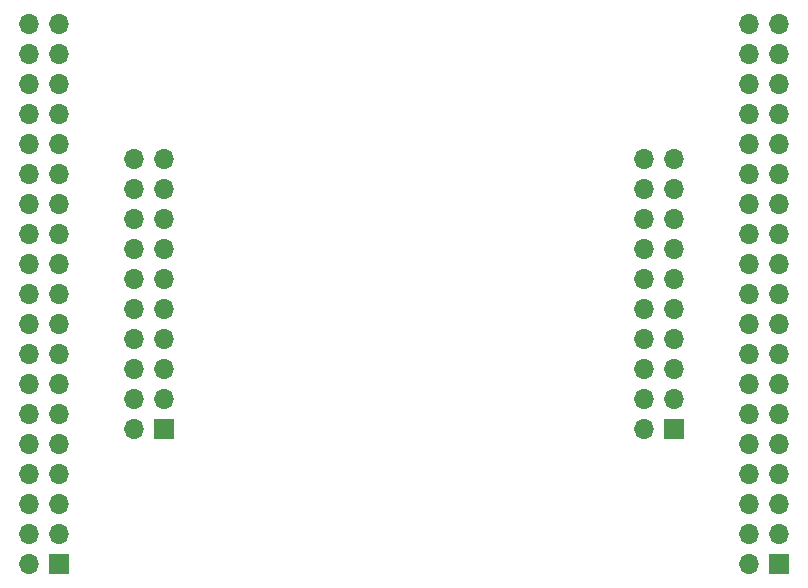
<source format=gbr>
%TF.GenerationSoftware,KiCad,Pcbnew,8.0.8*%
%TF.CreationDate,2025-10-21T14:25:37-04:00*%
%TF.ProjectId,AdapterBoard_McDap,41646170-7465-4724-926f-6172645f4d63,rev?*%
%TF.SameCoordinates,Original*%
%TF.FileFunction,Soldermask,Bot*%
%TF.FilePolarity,Negative*%
%FSLAX46Y46*%
G04 Gerber Fmt 4.6, Leading zero omitted, Abs format (unit mm)*
G04 Created by KiCad (PCBNEW 8.0.8) date 2025-10-21 14:25:37*
%MOMM*%
%LPD*%
G01*
G04 APERTURE LIST*
%ADD10R,1.700000X1.700000*%
%ADD11O,1.700000X1.700000*%
G04 APERTURE END LIST*
D10*
%TO.C,CN10*%
X67310000Y-130810000D03*
D11*
X64770000Y-130810000D03*
X67310000Y-128270000D03*
X64770000Y-128270000D03*
X67310000Y-125730000D03*
X64770000Y-125730000D03*
X67310000Y-123190000D03*
X64770000Y-123190000D03*
X67310000Y-120650000D03*
X64770000Y-120650000D03*
X67310000Y-118110000D03*
X64770000Y-118110000D03*
X67310000Y-115570000D03*
X64770000Y-115570000D03*
X67310000Y-113030000D03*
X64770000Y-113030000D03*
X67310000Y-110490000D03*
X64770000Y-110490000D03*
X67310000Y-107950000D03*
X64770000Y-107950000D03*
X67310000Y-105410000D03*
X64770000Y-105410000D03*
X67310000Y-102870000D03*
X64770000Y-102870000D03*
X67310000Y-100330000D03*
X64770000Y-100330000D03*
X67310000Y-97790000D03*
X64770000Y-97790000D03*
X67310000Y-95250000D03*
X64770000Y-95250000D03*
X67310000Y-92710000D03*
X64770000Y-92710000D03*
X67310000Y-90170000D03*
X64770000Y-90170000D03*
X67310000Y-87630000D03*
X64770000Y-87630000D03*
X67310000Y-85090000D03*
X64770000Y-85090000D03*
%TD*%
D10*
%TO.C,CN7*%
X128270000Y-130810000D03*
D11*
X125730000Y-130810000D03*
X128270000Y-128270000D03*
X125730000Y-128270000D03*
X128270000Y-125730000D03*
X125730000Y-125730000D03*
X128270000Y-123190000D03*
X125730000Y-123190000D03*
X128270000Y-120650000D03*
X125730000Y-120650000D03*
X128270000Y-118110000D03*
X125730000Y-118110000D03*
X128270000Y-115570000D03*
X125730000Y-115570000D03*
X128270000Y-113030000D03*
X125730000Y-113030000D03*
X128270000Y-110490000D03*
X125730000Y-110490000D03*
X128270000Y-107950000D03*
X125730000Y-107950000D03*
X128270000Y-105410000D03*
X125730000Y-105410000D03*
X128270000Y-102870000D03*
X125730000Y-102870000D03*
X128270000Y-100330000D03*
X125730000Y-100330000D03*
X128270000Y-97790000D03*
X125730000Y-97790000D03*
X128270000Y-95250000D03*
X125730000Y-95250000D03*
X128270000Y-92710000D03*
X125730000Y-92710000D03*
X128270000Y-90170000D03*
X125730000Y-90170000D03*
X128270000Y-87630000D03*
X125730000Y-87630000D03*
X128270000Y-85090000D03*
X125730000Y-85090000D03*
%TD*%
D10*
%TO.C,J3_J1*%
X119380000Y-119380000D03*
D11*
X116840000Y-119380000D03*
X119380000Y-116840000D03*
X116840000Y-116840000D03*
X119380000Y-114300000D03*
X116840000Y-114300000D03*
X119380000Y-111760000D03*
X116840000Y-111760000D03*
X119380000Y-109220000D03*
X116840000Y-109220000D03*
X119380000Y-106680000D03*
X116840000Y-106680000D03*
X119380000Y-104140000D03*
X116840000Y-104140000D03*
X119380000Y-101600000D03*
X116840000Y-101600000D03*
X119380000Y-99060000D03*
X116840000Y-99060000D03*
X119380000Y-96520000D03*
X116840000Y-96520000D03*
%TD*%
D10*
%TO.C,J2_J4*%
X76200000Y-119380000D03*
D11*
X73660000Y-119380000D03*
X76200000Y-116840000D03*
X73660000Y-116840000D03*
X76200000Y-114300000D03*
X73660000Y-114300000D03*
X76200000Y-111760000D03*
X73660000Y-111760000D03*
X76200000Y-109220000D03*
X73660000Y-109220000D03*
X76200000Y-106680000D03*
X73660000Y-106680000D03*
X76200000Y-104140000D03*
X73660000Y-104140000D03*
X76200000Y-101600000D03*
X73660000Y-101600000D03*
X76200000Y-99060000D03*
X73660000Y-99060000D03*
X76200000Y-96520000D03*
X73660000Y-96520000D03*
%TD*%
M02*

</source>
